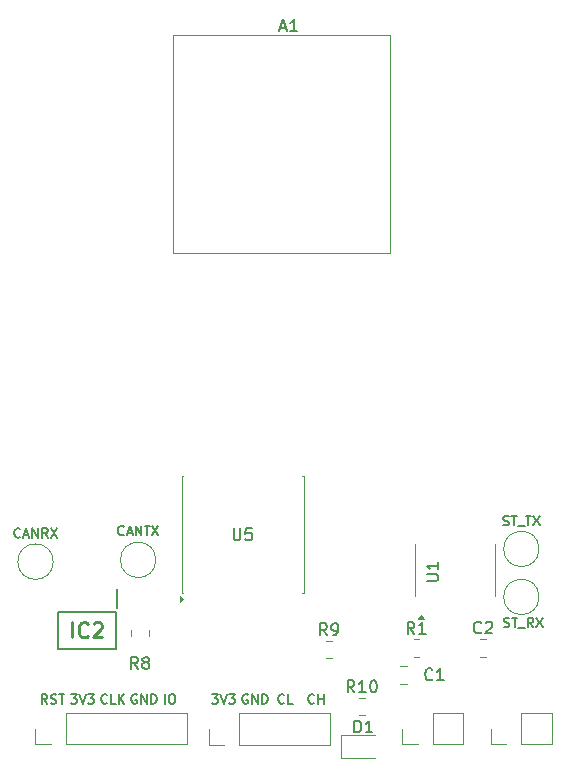
<source format=gbr>
%TF.GenerationSoftware,KiCad,Pcbnew,8.0.1*%
%TF.CreationDate,2025-07-31T15:37:34-05:00*%
%TF.ProjectId,GPS_board_v3,4750535f-626f-4617-9264-5f76332e6b69,rev?*%
%TF.SameCoordinates,Original*%
%TF.FileFunction,Legend,Top*%
%TF.FilePolarity,Positive*%
%FSLAX46Y46*%
G04 Gerber Fmt 4.6, Leading zero omitted, Abs format (unit mm)*
G04 Created by KiCad (PCBNEW 8.0.1) date 2025-07-31 15:37:34*
%MOMM*%
%LPD*%
G01*
G04 APERTURE LIST*
%ADD10C,0.150000*%
%ADD11C,0.254000*%
%ADD12C,0.120000*%
%ADD13C,0.200000*%
G04 APERTURE END LIST*
D10*
X134236303Y-109278104D02*
X134198207Y-109316200D01*
X134198207Y-109316200D02*
X134083922Y-109354295D01*
X134083922Y-109354295D02*
X134007731Y-109354295D01*
X134007731Y-109354295D02*
X133893445Y-109316200D01*
X133893445Y-109316200D02*
X133817255Y-109240009D01*
X133817255Y-109240009D02*
X133779160Y-109163819D01*
X133779160Y-109163819D02*
X133741064Y-109011438D01*
X133741064Y-109011438D02*
X133741064Y-108897152D01*
X133741064Y-108897152D02*
X133779160Y-108744771D01*
X133779160Y-108744771D02*
X133817255Y-108668580D01*
X133817255Y-108668580D02*
X133893445Y-108592390D01*
X133893445Y-108592390D02*
X134007731Y-108554295D01*
X134007731Y-108554295D02*
X134083922Y-108554295D01*
X134083922Y-108554295D02*
X134198207Y-108592390D01*
X134198207Y-108592390D02*
X134236303Y-108630485D01*
X134541064Y-109125723D02*
X134922017Y-109125723D01*
X134464874Y-109354295D02*
X134731541Y-108554295D01*
X134731541Y-108554295D02*
X134998207Y-109354295D01*
X135264874Y-109354295D02*
X135264874Y-108554295D01*
X135264874Y-108554295D02*
X135722017Y-109354295D01*
X135722017Y-109354295D02*
X135722017Y-108554295D01*
X135988683Y-108554295D02*
X136445826Y-108554295D01*
X136217254Y-109354295D02*
X136217254Y-108554295D01*
X136636302Y-108554295D02*
X137169636Y-109354295D01*
X137169636Y-108554295D02*
X136636302Y-109354295D01*
X125466303Y-109458104D02*
X125428207Y-109496200D01*
X125428207Y-109496200D02*
X125313922Y-109534295D01*
X125313922Y-109534295D02*
X125237731Y-109534295D01*
X125237731Y-109534295D02*
X125123445Y-109496200D01*
X125123445Y-109496200D02*
X125047255Y-109420009D01*
X125047255Y-109420009D02*
X125009160Y-109343819D01*
X125009160Y-109343819D02*
X124971064Y-109191438D01*
X124971064Y-109191438D02*
X124971064Y-109077152D01*
X124971064Y-109077152D02*
X125009160Y-108924771D01*
X125009160Y-108924771D02*
X125047255Y-108848580D01*
X125047255Y-108848580D02*
X125123445Y-108772390D01*
X125123445Y-108772390D02*
X125237731Y-108734295D01*
X125237731Y-108734295D02*
X125313922Y-108734295D01*
X125313922Y-108734295D02*
X125428207Y-108772390D01*
X125428207Y-108772390D02*
X125466303Y-108810485D01*
X125771064Y-109305723D02*
X126152017Y-109305723D01*
X125694874Y-109534295D02*
X125961541Y-108734295D01*
X125961541Y-108734295D02*
X126228207Y-109534295D01*
X126494874Y-109534295D02*
X126494874Y-108734295D01*
X126494874Y-108734295D02*
X126952017Y-109534295D01*
X126952017Y-109534295D02*
X126952017Y-108734295D01*
X127790112Y-109534295D02*
X127523445Y-109153342D01*
X127332969Y-109534295D02*
X127332969Y-108734295D01*
X127332969Y-108734295D02*
X127637731Y-108734295D01*
X127637731Y-108734295D02*
X127713921Y-108772390D01*
X127713921Y-108772390D02*
X127752016Y-108810485D01*
X127752016Y-108810485D02*
X127790112Y-108886676D01*
X127790112Y-108886676D02*
X127790112Y-109000961D01*
X127790112Y-109000961D02*
X127752016Y-109077152D01*
X127752016Y-109077152D02*
X127713921Y-109115247D01*
X127713921Y-109115247D02*
X127637731Y-109153342D01*
X127637731Y-109153342D02*
X127332969Y-109153342D01*
X128056778Y-108734295D02*
X128590112Y-109534295D01*
X128590112Y-108734295D02*
X128056778Y-109534295D01*
X144726207Y-122830390D02*
X144650017Y-122792295D01*
X144650017Y-122792295D02*
X144535731Y-122792295D01*
X144535731Y-122792295D02*
X144421445Y-122830390D01*
X144421445Y-122830390D02*
X144345255Y-122906580D01*
X144345255Y-122906580D02*
X144307160Y-122982771D01*
X144307160Y-122982771D02*
X144269064Y-123135152D01*
X144269064Y-123135152D02*
X144269064Y-123249438D01*
X144269064Y-123249438D02*
X144307160Y-123401819D01*
X144307160Y-123401819D02*
X144345255Y-123478009D01*
X144345255Y-123478009D02*
X144421445Y-123554200D01*
X144421445Y-123554200D02*
X144535731Y-123592295D01*
X144535731Y-123592295D02*
X144611922Y-123592295D01*
X144611922Y-123592295D02*
X144726207Y-123554200D01*
X144726207Y-123554200D02*
X144764303Y-123516104D01*
X144764303Y-123516104D02*
X144764303Y-123249438D01*
X144764303Y-123249438D02*
X144611922Y-123249438D01*
X145107160Y-123592295D02*
X145107160Y-122792295D01*
X145107160Y-122792295D02*
X145564303Y-123592295D01*
X145564303Y-123592295D02*
X145564303Y-122792295D01*
X145945255Y-123592295D02*
X145945255Y-122792295D01*
X145945255Y-122792295D02*
X146135731Y-122792295D01*
X146135731Y-122792295D02*
X146250017Y-122830390D01*
X146250017Y-122830390D02*
X146326207Y-122906580D01*
X146326207Y-122906580D02*
X146364302Y-122982771D01*
X146364302Y-122982771D02*
X146402398Y-123135152D01*
X146402398Y-123135152D02*
X146402398Y-123249438D01*
X146402398Y-123249438D02*
X146364302Y-123401819D01*
X146364302Y-123401819D02*
X146326207Y-123478009D01*
X146326207Y-123478009D02*
X146250017Y-123554200D01*
X146250017Y-123554200D02*
X146135731Y-123592295D01*
X146135731Y-123592295D02*
X145945255Y-123592295D01*
X166411064Y-117086200D02*
X166525350Y-117124295D01*
X166525350Y-117124295D02*
X166715826Y-117124295D01*
X166715826Y-117124295D02*
X166792017Y-117086200D01*
X166792017Y-117086200D02*
X166830112Y-117048104D01*
X166830112Y-117048104D02*
X166868207Y-116971914D01*
X166868207Y-116971914D02*
X166868207Y-116895723D01*
X166868207Y-116895723D02*
X166830112Y-116819533D01*
X166830112Y-116819533D02*
X166792017Y-116781438D01*
X166792017Y-116781438D02*
X166715826Y-116743342D01*
X166715826Y-116743342D02*
X166563445Y-116705247D01*
X166563445Y-116705247D02*
X166487255Y-116667152D01*
X166487255Y-116667152D02*
X166449160Y-116629057D01*
X166449160Y-116629057D02*
X166411064Y-116552866D01*
X166411064Y-116552866D02*
X166411064Y-116476676D01*
X166411064Y-116476676D02*
X166449160Y-116400485D01*
X166449160Y-116400485D02*
X166487255Y-116362390D01*
X166487255Y-116362390D02*
X166563445Y-116324295D01*
X166563445Y-116324295D02*
X166753922Y-116324295D01*
X166753922Y-116324295D02*
X166868207Y-116362390D01*
X167096779Y-116324295D02*
X167553922Y-116324295D01*
X167325350Y-117124295D02*
X167325350Y-116324295D01*
X167630113Y-117200485D02*
X168239636Y-117200485D01*
X168887256Y-117124295D02*
X168620589Y-116743342D01*
X168430113Y-117124295D02*
X168430113Y-116324295D01*
X168430113Y-116324295D02*
X168734875Y-116324295D01*
X168734875Y-116324295D02*
X168811065Y-116362390D01*
X168811065Y-116362390D02*
X168849160Y-116400485D01*
X168849160Y-116400485D02*
X168887256Y-116476676D01*
X168887256Y-116476676D02*
X168887256Y-116590961D01*
X168887256Y-116590961D02*
X168849160Y-116667152D01*
X168849160Y-116667152D02*
X168811065Y-116705247D01*
X168811065Y-116705247D02*
X168734875Y-116743342D01*
X168734875Y-116743342D02*
X168430113Y-116743342D01*
X169153922Y-116324295D02*
X169687256Y-117124295D01*
X169687256Y-116324295D02*
X169153922Y-117124295D01*
X150352303Y-123516104D02*
X150314207Y-123554200D01*
X150314207Y-123554200D02*
X150199922Y-123592295D01*
X150199922Y-123592295D02*
X150123731Y-123592295D01*
X150123731Y-123592295D02*
X150009445Y-123554200D01*
X150009445Y-123554200D02*
X149933255Y-123478009D01*
X149933255Y-123478009D02*
X149895160Y-123401819D01*
X149895160Y-123401819D02*
X149857064Y-123249438D01*
X149857064Y-123249438D02*
X149857064Y-123135152D01*
X149857064Y-123135152D02*
X149895160Y-122982771D01*
X149895160Y-122982771D02*
X149933255Y-122906580D01*
X149933255Y-122906580D02*
X150009445Y-122830390D01*
X150009445Y-122830390D02*
X150123731Y-122792295D01*
X150123731Y-122792295D02*
X150199922Y-122792295D01*
X150199922Y-122792295D02*
X150314207Y-122830390D01*
X150314207Y-122830390D02*
X150352303Y-122868485D01*
X150695160Y-123592295D02*
X150695160Y-122792295D01*
X150695160Y-123173247D02*
X151152303Y-123173247D01*
X151152303Y-123592295D02*
X151152303Y-122792295D01*
X135328207Y-122830390D02*
X135252017Y-122792295D01*
X135252017Y-122792295D02*
X135137731Y-122792295D01*
X135137731Y-122792295D02*
X135023445Y-122830390D01*
X135023445Y-122830390D02*
X134947255Y-122906580D01*
X134947255Y-122906580D02*
X134909160Y-122982771D01*
X134909160Y-122982771D02*
X134871064Y-123135152D01*
X134871064Y-123135152D02*
X134871064Y-123249438D01*
X134871064Y-123249438D02*
X134909160Y-123401819D01*
X134909160Y-123401819D02*
X134947255Y-123478009D01*
X134947255Y-123478009D02*
X135023445Y-123554200D01*
X135023445Y-123554200D02*
X135137731Y-123592295D01*
X135137731Y-123592295D02*
X135213922Y-123592295D01*
X135213922Y-123592295D02*
X135328207Y-123554200D01*
X135328207Y-123554200D02*
X135366303Y-123516104D01*
X135366303Y-123516104D02*
X135366303Y-123249438D01*
X135366303Y-123249438D02*
X135213922Y-123249438D01*
X135709160Y-123592295D02*
X135709160Y-122792295D01*
X135709160Y-122792295D02*
X136166303Y-123592295D01*
X136166303Y-123592295D02*
X136166303Y-122792295D01*
X136547255Y-123592295D02*
X136547255Y-122792295D01*
X136547255Y-122792295D02*
X136737731Y-122792295D01*
X136737731Y-122792295D02*
X136852017Y-122830390D01*
X136852017Y-122830390D02*
X136928207Y-122906580D01*
X136928207Y-122906580D02*
X136966302Y-122982771D01*
X136966302Y-122982771D02*
X137004398Y-123135152D01*
X137004398Y-123135152D02*
X137004398Y-123249438D01*
X137004398Y-123249438D02*
X136966302Y-123401819D01*
X136966302Y-123401819D02*
X136928207Y-123478009D01*
X136928207Y-123478009D02*
X136852017Y-123554200D01*
X136852017Y-123554200D02*
X136737731Y-123592295D01*
X136737731Y-123592295D02*
X136547255Y-123592295D01*
X132826303Y-123516104D02*
X132788207Y-123554200D01*
X132788207Y-123554200D02*
X132673922Y-123592295D01*
X132673922Y-123592295D02*
X132597731Y-123592295D01*
X132597731Y-123592295D02*
X132483445Y-123554200D01*
X132483445Y-123554200D02*
X132407255Y-123478009D01*
X132407255Y-123478009D02*
X132369160Y-123401819D01*
X132369160Y-123401819D02*
X132331064Y-123249438D01*
X132331064Y-123249438D02*
X132331064Y-123135152D01*
X132331064Y-123135152D02*
X132369160Y-122982771D01*
X132369160Y-122982771D02*
X132407255Y-122906580D01*
X132407255Y-122906580D02*
X132483445Y-122830390D01*
X132483445Y-122830390D02*
X132597731Y-122792295D01*
X132597731Y-122792295D02*
X132673922Y-122792295D01*
X132673922Y-122792295D02*
X132788207Y-122830390D01*
X132788207Y-122830390D02*
X132826303Y-122868485D01*
X133550112Y-123592295D02*
X133169160Y-123592295D01*
X133169160Y-123592295D02*
X133169160Y-122792295D01*
X133816779Y-123592295D02*
X133816779Y-122792295D01*
X134273922Y-123592295D02*
X133931064Y-123135152D01*
X134273922Y-122792295D02*
X133816779Y-123249438D01*
X147812303Y-123516104D02*
X147774207Y-123554200D01*
X147774207Y-123554200D02*
X147659922Y-123592295D01*
X147659922Y-123592295D02*
X147583731Y-123592295D01*
X147583731Y-123592295D02*
X147469445Y-123554200D01*
X147469445Y-123554200D02*
X147393255Y-123478009D01*
X147393255Y-123478009D02*
X147355160Y-123401819D01*
X147355160Y-123401819D02*
X147317064Y-123249438D01*
X147317064Y-123249438D02*
X147317064Y-123135152D01*
X147317064Y-123135152D02*
X147355160Y-122982771D01*
X147355160Y-122982771D02*
X147393255Y-122906580D01*
X147393255Y-122906580D02*
X147469445Y-122830390D01*
X147469445Y-122830390D02*
X147583731Y-122792295D01*
X147583731Y-122792295D02*
X147659922Y-122792295D01*
X147659922Y-122792295D02*
X147774207Y-122830390D01*
X147774207Y-122830390D02*
X147812303Y-122868485D01*
X148536112Y-123592295D02*
X148155160Y-123592295D01*
X148155160Y-123592295D02*
X148155160Y-122792295D01*
X137703160Y-123592295D02*
X137703160Y-122792295D01*
X138236493Y-122792295D02*
X138388874Y-122792295D01*
X138388874Y-122792295D02*
X138465064Y-122830390D01*
X138465064Y-122830390D02*
X138541255Y-122906580D01*
X138541255Y-122906580D02*
X138579350Y-123058961D01*
X138579350Y-123058961D02*
X138579350Y-123325628D01*
X138579350Y-123325628D02*
X138541255Y-123478009D01*
X138541255Y-123478009D02*
X138465064Y-123554200D01*
X138465064Y-123554200D02*
X138388874Y-123592295D01*
X138388874Y-123592295D02*
X138236493Y-123592295D01*
X138236493Y-123592295D02*
X138160302Y-123554200D01*
X138160302Y-123554200D02*
X138084112Y-123478009D01*
X138084112Y-123478009D02*
X138046016Y-123325628D01*
X138046016Y-123325628D02*
X138046016Y-123058961D01*
X138046016Y-123058961D02*
X138084112Y-122906580D01*
X138084112Y-122906580D02*
X138160302Y-122830390D01*
X138160302Y-122830390D02*
X138236493Y-122792295D01*
X127746303Y-123592295D02*
X127479636Y-123211342D01*
X127289160Y-123592295D02*
X127289160Y-122792295D01*
X127289160Y-122792295D02*
X127593922Y-122792295D01*
X127593922Y-122792295D02*
X127670112Y-122830390D01*
X127670112Y-122830390D02*
X127708207Y-122868485D01*
X127708207Y-122868485D02*
X127746303Y-122944676D01*
X127746303Y-122944676D02*
X127746303Y-123058961D01*
X127746303Y-123058961D02*
X127708207Y-123135152D01*
X127708207Y-123135152D02*
X127670112Y-123173247D01*
X127670112Y-123173247D02*
X127593922Y-123211342D01*
X127593922Y-123211342D02*
X127289160Y-123211342D01*
X128051064Y-123554200D02*
X128165350Y-123592295D01*
X128165350Y-123592295D02*
X128355826Y-123592295D01*
X128355826Y-123592295D02*
X128432017Y-123554200D01*
X128432017Y-123554200D02*
X128470112Y-123516104D01*
X128470112Y-123516104D02*
X128508207Y-123439914D01*
X128508207Y-123439914D02*
X128508207Y-123363723D01*
X128508207Y-123363723D02*
X128470112Y-123287533D01*
X128470112Y-123287533D02*
X128432017Y-123249438D01*
X128432017Y-123249438D02*
X128355826Y-123211342D01*
X128355826Y-123211342D02*
X128203445Y-123173247D01*
X128203445Y-123173247D02*
X128127255Y-123135152D01*
X128127255Y-123135152D02*
X128089160Y-123097057D01*
X128089160Y-123097057D02*
X128051064Y-123020866D01*
X128051064Y-123020866D02*
X128051064Y-122944676D01*
X128051064Y-122944676D02*
X128089160Y-122868485D01*
X128089160Y-122868485D02*
X128127255Y-122830390D01*
X128127255Y-122830390D02*
X128203445Y-122792295D01*
X128203445Y-122792295D02*
X128393922Y-122792295D01*
X128393922Y-122792295D02*
X128508207Y-122830390D01*
X128736779Y-122792295D02*
X129193922Y-122792295D01*
X128965350Y-123592295D02*
X128965350Y-122792295D01*
X166361064Y-108466200D02*
X166475350Y-108504295D01*
X166475350Y-108504295D02*
X166665826Y-108504295D01*
X166665826Y-108504295D02*
X166742017Y-108466200D01*
X166742017Y-108466200D02*
X166780112Y-108428104D01*
X166780112Y-108428104D02*
X166818207Y-108351914D01*
X166818207Y-108351914D02*
X166818207Y-108275723D01*
X166818207Y-108275723D02*
X166780112Y-108199533D01*
X166780112Y-108199533D02*
X166742017Y-108161438D01*
X166742017Y-108161438D02*
X166665826Y-108123342D01*
X166665826Y-108123342D02*
X166513445Y-108085247D01*
X166513445Y-108085247D02*
X166437255Y-108047152D01*
X166437255Y-108047152D02*
X166399160Y-108009057D01*
X166399160Y-108009057D02*
X166361064Y-107932866D01*
X166361064Y-107932866D02*
X166361064Y-107856676D01*
X166361064Y-107856676D02*
X166399160Y-107780485D01*
X166399160Y-107780485D02*
X166437255Y-107742390D01*
X166437255Y-107742390D02*
X166513445Y-107704295D01*
X166513445Y-107704295D02*
X166703922Y-107704295D01*
X166703922Y-107704295D02*
X166818207Y-107742390D01*
X167046779Y-107704295D02*
X167503922Y-107704295D01*
X167275350Y-108504295D02*
X167275350Y-107704295D01*
X167580113Y-108580485D02*
X168189636Y-108580485D01*
X168265827Y-107704295D02*
X168722970Y-107704295D01*
X168494398Y-108504295D02*
X168494398Y-107704295D01*
X168913446Y-107704295D02*
X169446780Y-108504295D01*
X169446780Y-107704295D02*
X168913446Y-108504295D01*
X141690969Y-122792295D02*
X142186207Y-122792295D01*
X142186207Y-122792295D02*
X141919541Y-123097057D01*
X141919541Y-123097057D02*
X142033826Y-123097057D01*
X142033826Y-123097057D02*
X142110017Y-123135152D01*
X142110017Y-123135152D02*
X142148112Y-123173247D01*
X142148112Y-123173247D02*
X142186207Y-123249438D01*
X142186207Y-123249438D02*
X142186207Y-123439914D01*
X142186207Y-123439914D02*
X142148112Y-123516104D01*
X142148112Y-123516104D02*
X142110017Y-123554200D01*
X142110017Y-123554200D02*
X142033826Y-123592295D01*
X142033826Y-123592295D02*
X141805255Y-123592295D01*
X141805255Y-123592295D02*
X141729064Y-123554200D01*
X141729064Y-123554200D02*
X141690969Y-123516104D01*
X142414779Y-122792295D02*
X142681446Y-123592295D01*
X142681446Y-123592295D02*
X142948112Y-122792295D01*
X143138588Y-122792295D02*
X143633826Y-122792295D01*
X143633826Y-122792295D02*
X143367160Y-123097057D01*
X143367160Y-123097057D02*
X143481445Y-123097057D01*
X143481445Y-123097057D02*
X143557636Y-123135152D01*
X143557636Y-123135152D02*
X143595731Y-123173247D01*
X143595731Y-123173247D02*
X143633826Y-123249438D01*
X143633826Y-123249438D02*
X143633826Y-123439914D01*
X143633826Y-123439914D02*
X143595731Y-123516104D01*
X143595731Y-123516104D02*
X143557636Y-123554200D01*
X143557636Y-123554200D02*
X143481445Y-123592295D01*
X143481445Y-123592295D02*
X143252874Y-123592295D01*
X143252874Y-123592295D02*
X143176683Y-123554200D01*
X143176683Y-123554200D02*
X143138588Y-123516104D01*
X129752969Y-122792295D02*
X130248207Y-122792295D01*
X130248207Y-122792295D02*
X129981541Y-123097057D01*
X129981541Y-123097057D02*
X130095826Y-123097057D01*
X130095826Y-123097057D02*
X130172017Y-123135152D01*
X130172017Y-123135152D02*
X130210112Y-123173247D01*
X130210112Y-123173247D02*
X130248207Y-123249438D01*
X130248207Y-123249438D02*
X130248207Y-123439914D01*
X130248207Y-123439914D02*
X130210112Y-123516104D01*
X130210112Y-123516104D02*
X130172017Y-123554200D01*
X130172017Y-123554200D02*
X130095826Y-123592295D01*
X130095826Y-123592295D02*
X129867255Y-123592295D01*
X129867255Y-123592295D02*
X129791064Y-123554200D01*
X129791064Y-123554200D02*
X129752969Y-123516104D01*
X130476779Y-122792295D02*
X130743446Y-123592295D01*
X130743446Y-123592295D02*
X131010112Y-122792295D01*
X131200588Y-122792295D02*
X131695826Y-122792295D01*
X131695826Y-122792295D02*
X131429160Y-123097057D01*
X131429160Y-123097057D02*
X131543445Y-123097057D01*
X131543445Y-123097057D02*
X131619636Y-123135152D01*
X131619636Y-123135152D02*
X131657731Y-123173247D01*
X131657731Y-123173247D02*
X131695826Y-123249438D01*
X131695826Y-123249438D02*
X131695826Y-123439914D01*
X131695826Y-123439914D02*
X131657731Y-123516104D01*
X131657731Y-123516104D02*
X131619636Y-123554200D01*
X131619636Y-123554200D02*
X131543445Y-123592295D01*
X131543445Y-123592295D02*
X131314874Y-123592295D01*
X131314874Y-123592295D02*
X131238683Y-123554200D01*
X131238683Y-123554200D02*
X131200588Y-123516104D01*
D11*
X129860237Y-117974318D02*
X129860237Y-116704318D01*
X131190714Y-117853365D02*
X131130238Y-117913842D01*
X131130238Y-117913842D02*
X130948809Y-117974318D01*
X130948809Y-117974318D02*
X130827857Y-117974318D01*
X130827857Y-117974318D02*
X130646428Y-117913842D01*
X130646428Y-117913842D02*
X130525476Y-117792889D01*
X130525476Y-117792889D02*
X130464999Y-117671937D01*
X130464999Y-117671937D02*
X130404523Y-117430032D01*
X130404523Y-117430032D02*
X130404523Y-117248603D01*
X130404523Y-117248603D02*
X130464999Y-117006699D01*
X130464999Y-117006699D02*
X130525476Y-116885746D01*
X130525476Y-116885746D02*
X130646428Y-116764794D01*
X130646428Y-116764794D02*
X130827857Y-116704318D01*
X130827857Y-116704318D02*
X130948809Y-116704318D01*
X130948809Y-116704318D02*
X131130238Y-116764794D01*
X131130238Y-116764794D02*
X131190714Y-116825270D01*
X131674523Y-116825270D02*
X131734999Y-116764794D01*
X131734999Y-116764794D02*
X131855952Y-116704318D01*
X131855952Y-116704318D02*
X132158333Y-116704318D01*
X132158333Y-116704318D02*
X132279285Y-116764794D01*
X132279285Y-116764794D02*
X132339761Y-116825270D01*
X132339761Y-116825270D02*
X132400238Y-116946222D01*
X132400238Y-116946222D02*
X132400238Y-117067175D01*
X132400238Y-117067175D02*
X132339761Y-117248603D01*
X132339761Y-117248603D02*
X131614047Y-117974318D01*
X131614047Y-117974318D02*
X132400238Y-117974318D01*
D10*
X143538095Y-108754819D02*
X143538095Y-109564342D01*
X143538095Y-109564342D02*
X143585714Y-109659580D01*
X143585714Y-109659580D02*
X143633333Y-109707200D01*
X143633333Y-109707200D02*
X143728571Y-109754819D01*
X143728571Y-109754819D02*
X143919047Y-109754819D01*
X143919047Y-109754819D02*
X144014285Y-109707200D01*
X144014285Y-109707200D02*
X144061904Y-109659580D01*
X144061904Y-109659580D02*
X144109523Y-109564342D01*
X144109523Y-109564342D02*
X144109523Y-108754819D01*
X145061904Y-108754819D02*
X144585714Y-108754819D01*
X144585714Y-108754819D02*
X144538095Y-109231009D01*
X144538095Y-109231009D02*
X144585714Y-109183390D01*
X144585714Y-109183390D02*
X144680952Y-109135771D01*
X144680952Y-109135771D02*
X144919047Y-109135771D01*
X144919047Y-109135771D02*
X145014285Y-109183390D01*
X145014285Y-109183390D02*
X145061904Y-109231009D01*
X145061904Y-109231009D02*
X145109523Y-109326247D01*
X145109523Y-109326247D02*
X145109523Y-109564342D01*
X145109523Y-109564342D02*
X145061904Y-109659580D01*
X145061904Y-109659580D02*
X145014285Y-109707200D01*
X145014285Y-109707200D02*
X144919047Y-109754819D01*
X144919047Y-109754819D02*
X144680952Y-109754819D01*
X144680952Y-109754819D02*
X144585714Y-109707200D01*
X144585714Y-109707200D02*
X144538095Y-109659580D01*
X159874819Y-113211904D02*
X160684342Y-113211904D01*
X160684342Y-113211904D02*
X160779580Y-113164285D01*
X160779580Y-113164285D02*
X160827200Y-113116666D01*
X160827200Y-113116666D02*
X160874819Y-113021428D01*
X160874819Y-113021428D02*
X160874819Y-112830952D01*
X160874819Y-112830952D02*
X160827200Y-112735714D01*
X160827200Y-112735714D02*
X160779580Y-112688095D01*
X160779580Y-112688095D02*
X160684342Y-112640476D01*
X160684342Y-112640476D02*
X159874819Y-112640476D01*
X160874819Y-111640476D02*
X160874819Y-112211904D01*
X160874819Y-111926190D02*
X159874819Y-111926190D01*
X159874819Y-111926190D02*
X160017676Y-112021428D01*
X160017676Y-112021428D02*
X160112914Y-112116666D01*
X160112914Y-112116666D02*
X160160533Y-112211904D01*
X151433333Y-117804819D02*
X151100000Y-117328628D01*
X150861905Y-117804819D02*
X150861905Y-116804819D01*
X150861905Y-116804819D02*
X151242857Y-116804819D01*
X151242857Y-116804819D02*
X151338095Y-116852438D01*
X151338095Y-116852438D02*
X151385714Y-116900057D01*
X151385714Y-116900057D02*
X151433333Y-116995295D01*
X151433333Y-116995295D02*
X151433333Y-117138152D01*
X151433333Y-117138152D02*
X151385714Y-117233390D01*
X151385714Y-117233390D02*
X151338095Y-117281009D01*
X151338095Y-117281009D02*
X151242857Y-117328628D01*
X151242857Y-117328628D02*
X150861905Y-117328628D01*
X151909524Y-117804819D02*
X152100000Y-117804819D01*
X152100000Y-117804819D02*
X152195238Y-117757200D01*
X152195238Y-117757200D02*
X152242857Y-117709580D01*
X152242857Y-117709580D02*
X152338095Y-117566723D01*
X152338095Y-117566723D02*
X152385714Y-117376247D01*
X152385714Y-117376247D02*
X152385714Y-116995295D01*
X152385714Y-116995295D02*
X152338095Y-116900057D01*
X152338095Y-116900057D02*
X152290476Y-116852438D01*
X152290476Y-116852438D02*
X152195238Y-116804819D01*
X152195238Y-116804819D02*
X152004762Y-116804819D01*
X152004762Y-116804819D02*
X151909524Y-116852438D01*
X151909524Y-116852438D02*
X151861905Y-116900057D01*
X151861905Y-116900057D02*
X151814286Y-116995295D01*
X151814286Y-116995295D02*
X151814286Y-117233390D01*
X151814286Y-117233390D02*
X151861905Y-117328628D01*
X151861905Y-117328628D02*
X151909524Y-117376247D01*
X151909524Y-117376247D02*
X152004762Y-117423866D01*
X152004762Y-117423866D02*
X152195238Y-117423866D01*
X152195238Y-117423866D02*
X152290476Y-117376247D01*
X152290476Y-117376247D02*
X152338095Y-117328628D01*
X152338095Y-117328628D02*
X152385714Y-117233390D01*
X135433333Y-120654819D02*
X135100000Y-120178628D01*
X134861905Y-120654819D02*
X134861905Y-119654819D01*
X134861905Y-119654819D02*
X135242857Y-119654819D01*
X135242857Y-119654819D02*
X135338095Y-119702438D01*
X135338095Y-119702438D02*
X135385714Y-119750057D01*
X135385714Y-119750057D02*
X135433333Y-119845295D01*
X135433333Y-119845295D02*
X135433333Y-119988152D01*
X135433333Y-119988152D02*
X135385714Y-120083390D01*
X135385714Y-120083390D02*
X135338095Y-120131009D01*
X135338095Y-120131009D02*
X135242857Y-120178628D01*
X135242857Y-120178628D02*
X134861905Y-120178628D01*
X136004762Y-120083390D02*
X135909524Y-120035771D01*
X135909524Y-120035771D02*
X135861905Y-119988152D01*
X135861905Y-119988152D02*
X135814286Y-119892914D01*
X135814286Y-119892914D02*
X135814286Y-119845295D01*
X135814286Y-119845295D02*
X135861905Y-119750057D01*
X135861905Y-119750057D02*
X135909524Y-119702438D01*
X135909524Y-119702438D02*
X136004762Y-119654819D01*
X136004762Y-119654819D02*
X136195238Y-119654819D01*
X136195238Y-119654819D02*
X136290476Y-119702438D01*
X136290476Y-119702438D02*
X136338095Y-119750057D01*
X136338095Y-119750057D02*
X136385714Y-119845295D01*
X136385714Y-119845295D02*
X136385714Y-119892914D01*
X136385714Y-119892914D02*
X136338095Y-119988152D01*
X136338095Y-119988152D02*
X136290476Y-120035771D01*
X136290476Y-120035771D02*
X136195238Y-120083390D01*
X136195238Y-120083390D02*
X136004762Y-120083390D01*
X136004762Y-120083390D02*
X135909524Y-120131009D01*
X135909524Y-120131009D02*
X135861905Y-120178628D01*
X135861905Y-120178628D02*
X135814286Y-120273866D01*
X135814286Y-120273866D02*
X135814286Y-120464342D01*
X135814286Y-120464342D02*
X135861905Y-120559580D01*
X135861905Y-120559580D02*
X135909524Y-120607200D01*
X135909524Y-120607200D02*
X136004762Y-120654819D01*
X136004762Y-120654819D02*
X136195238Y-120654819D01*
X136195238Y-120654819D02*
X136290476Y-120607200D01*
X136290476Y-120607200D02*
X136338095Y-120559580D01*
X136338095Y-120559580D02*
X136385714Y-120464342D01*
X136385714Y-120464342D02*
X136385714Y-120273866D01*
X136385714Y-120273866D02*
X136338095Y-120178628D01*
X136338095Y-120178628D02*
X136290476Y-120131009D01*
X136290476Y-120131009D02*
X136195238Y-120083390D01*
X158837333Y-117676819D02*
X158504000Y-117200628D01*
X158265905Y-117676819D02*
X158265905Y-116676819D01*
X158265905Y-116676819D02*
X158646857Y-116676819D01*
X158646857Y-116676819D02*
X158742095Y-116724438D01*
X158742095Y-116724438D02*
X158789714Y-116772057D01*
X158789714Y-116772057D02*
X158837333Y-116867295D01*
X158837333Y-116867295D02*
X158837333Y-117010152D01*
X158837333Y-117010152D02*
X158789714Y-117105390D01*
X158789714Y-117105390D02*
X158742095Y-117153009D01*
X158742095Y-117153009D02*
X158646857Y-117200628D01*
X158646857Y-117200628D02*
X158265905Y-117200628D01*
X159789714Y-117676819D02*
X159218286Y-117676819D01*
X159504000Y-117676819D02*
X159504000Y-116676819D01*
X159504000Y-116676819D02*
X159408762Y-116819676D01*
X159408762Y-116819676D02*
X159313524Y-116914914D01*
X159313524Y-116914914D02*
X159218286Y-116962533D01*
X147485714Y-66369104D02*
X147961904Y-66369104D01*
X147390476Y-66654819D02*
X147723809Y-65654819D01*
X147723809Y-65654819D02*
X148057142Y-66654819D01*
X148914285Y-66654819D02*
X148342857Y-66654819D01*
X148628571Y-66654819D02*
X148628571Y-65654819D01*
X148628571Y-65654819D02*
X148533333Y-65797676D01*
X148533333Y-65797676D02*
X148438095Y-65892914D01*
X148438095Y-65892914D02*
X148342857Y-65940533D01*
X153757142Y-122619819D02*
X153423809Y-122143628D01*
X153185714Y-122619819D02*
X153185714Y-121619819D01*
X153185714Y-121619819D02*
X153566666Y-121619819D01*
X153566666Y-121619819D02*
X153661904Y-121667438D01*
X153661904Y-121667438D02*
X153709523Y-121715057D01*
X153709523Y-121715057D02*
X153757142Y-121810295D01*
X153757142Y-121810295D02*
X153757142Y-121953152D01*
X153757142Y-121953152D02*
X153709523Y-122048390D01*
X153709523Y-122048390D02*
X153661904Y-122096009D01*
X153661904Y-122096009D02*
X153566666Y-122143628D01*
X153566666Y-122143628D02*
X153185714Y-122143628D01*
X154709523Y-122619819D02*
X154138095Y-122619819D01*
X154423809Y-122619819D02*
X154423809Y-121619819D01*
X154423809Y-121619819D02*
X154328571Y-121762676D01*
X154328571Y-121762676D02*
X154233333Y-121857914D01*
X154233333Y-121857914D02*
X154138095Y-121905533D01*
X155328571Y-121619819D02*
X155423809Y-121619819D01*
X155423809Y-121619819D02*
X155519047Y-121667438D01*
X155519047Y-121667438D02*
X155566666Y-121715057D01*
X155566666Y-121715057D02*
X155614285Y-121810295D01*
X155614285Y-121810295D02*
X155661904Y-122000771D01*
X155661904Y-122000771D02*
X155661904Y-122238866D01*
X155661904Y-122238866D02*
X155614285Y-122429342D01*
X155614285Y-122429342D02*
X155566666Y-122524580D01*
X155566666Y-122524580D02*
X155519047Y-122572200D01*
X155519047Y-122572200D02*
X155423809Y-122619819D01*
X155423809Y-122619819D02*
X155328571Y-122619819D01*
X155328571Y-122619819D02*
X155233333Y-122572200D01*
X155233333Y-122572200D02*
X155185714Y-122524580D01*
X155185714Y-122524580D02*
X155138095Y-122429342D01*
X155138095Y-122429342D02*
X155090476Y-122238866D01*
X155090476Y-122238866D02*
X155090476Y-122000771D01*
X155090476Y-122000771D02*
X155138095Y-121810295D01*
X155138095Y-121810295D02*
X155185714Y-121715057D01*
X155185714Y-121715057D02*
X155233333Y-121667438D01*
X155233333Y-121667438D02*
X155328571Y-121619819D01*
X164491333Y-117551580D02*
X164443714Y-117599200D01*
X164443714Y-117599200D02*
X164300857Y-117646819D01*
X164300857Y-117646819D02*
X164205619Y-117646819D01*
X164205619Y-117646819D02*
X164062762Y-117599200D01*
X164062762Y-117599200D02*
X163967524Y-117503961D01*
X163967524Y-117503961D02*
X163919905Y-117408723D01*
X163919905Y-117408723D02*
X163872286Y-117218247D01*
X163872286Y-117218247D02*
X163872286Y-117075390D01*
X163872286Y-117075390D02*
X163919905Y-116884914D01*
X163919905Y-116884914D02*
X163967524Y-116789676D01*
X163967524Y-116789676D02*
X164062762Y-116694438D01*
X164062762Y-116694438D02*
X164205619Y-116646819D01*
X164205619Y-116646819D02*
X164300857Y-116646819D01*
X164300857Y-116646819D02*
X164443714Y-116694438D01*
X164443714Y-116694438D02*
X164491333Y-116742057D01*
X164872286Y-116742057D02*
X164919905Y-116694438D01*
X164919905Y-116694438D02*
X165015143Y-116646819D01*
X165015143Y-116646819D02*
X165253238Y-116646819D01*
X165253238Y-116646819D02*
X165348476Y-116694438D01*
X165348476Y-116694438D02*
X165396095Y-116742057D01*
X165396095Y-116742057D02*
X165443714Y-116837295D01*
X165443714Y-116837295D02*
X165443714Y-116932533D01*
X165443714Y-116932533D02*
X165396095Y-117075390D01*
X165396095Y-117075390D02*
X164824667Y-117646819D01*
X164824667Y-117646819D02*
X165443714Y-117646819D01*
X160361333Y-121517580D02*
X160313714Y-121565200D01*
X160313714Y-121565200D02*
X160170857Y-121612819D01*
X160170857Y-121612819D02*
X160075619Y-121612819D01*
X160075619Y-121612819D02*
X159932762Y-121565200D01*
X159932762Y-121565200D02*
X159837524Y-121469961D01*
X159837524Y-121469961D02*
X159789905Y-121374723D01*
X159789905Y-121374723D02*
X159742286Y-121184247D01*
X159742286Y-121184247D02*
X159742286Y-121041390D01*
X159742286Y-121041390D02*
X159789905Y-120850914D01*
X159789905Y-120850914D02*
X159837524Y-120755676D01*
X159837524Y-120755676D02*
X159932762Y-120660438D01*
X159932762Y-120660438D02*
X160075619Y-120612819D01*
X160075619Y-120612819D02*
X160170857Y-120612819D01*
X160170857Y-120612819D02*
X160313714Y-120660438D01*
X160313714Y-120660438D02*
X160361333Y-120708057D01*
X161313714Y-121612819D02*
X160742286Y-121612819D01*
X161028000Y-121612819D02*
X161028000Y-120612819D01*
X161028000Y-120612819D02*
X160932762Y-120755676D01*
X160932762Y-120755676D02*
X160837524Y-120850914D01*
X160837524Y-120850914D02*
X160742286Y-120898533D01*
X153761905Y-126019819D02*
X153761905Y-125019819D01*
X153761905Y-125019819D02*
X154000000Y-125019819D01*
X154000000Y-125019819D02*
X154142857Y-125067438D01*
X154142857Y-125067438D02*
X154238095Y-125162676D01*
X154238095Y-125162676D02*
X154285714Y-125257914D01*
X154285714Y-125257914D02*
X154333333Y-125448390D01*
X154333333Y-125448390D02*
X154333333Y-125591247D01*
X154333333Y-125591247D02*
X154285714Y-125781723D01*
X154285714Y-125781723D02*
X154238095Y-125876961D01*
X154238095Y-125876961D02*
X154142857Y-125972200D01*
X154142857Y-125972200D02*
X154000000Y-126019819D01*
X154000000Y-126019819D02*
X153761905Y-126019819D01*
X155285714Y-126019819D02*
X154714286Y-126019819D01*
X155000000Y-126019819D02*
X155000000Y-125019819D01*
X155000000Y-125019819D02*
X154904762Y-125162676D01*
X154904762Y-125162676D02*
X154809524Y-125257914D01*
X154809524Y-125257914D02*
X154714286Y-125305533D01*
D12*
%TO.C,REF\u002A\u002A*%
X136950000Y-111420000D02*
G75*
G02*
X133950000Y-111420000I-1500000J0D01*
G01*
X133950000Y-111420000D02*
G75*
G02*
X136950000Y-111420000I1500000J0D01*
G01*
X128260000Y-111570000D02*
G75*
G02*
X125260000Y-111570000I-1500000J0D01*
G01*
X125260000Y-111570000D02*
G75*
G02*
X128260000Y-111570000I1500000J0D01*
G01*
D13*
%TO.C,IC2*%
X128648000Y-115802000D02*
X133552000Y-115802000D01*
X128648000Y-118998000D02*
X128648000Y-115802000D01*
X133552000Y-115802000D02*
X133552000Y-118998000D01*
X133552000Y-118998000D02*
X128648000Y-118998000D01*
X133680000Y-113925000D02*
X133680000Y-115452000D01*
D12*
%TO.C,REF\u002A\u002A*%
X169394000Y-110490000D02*
G75*
G02*
X166394000Y-110490000I-1500000J0D01*
G01*
X166394000Y-110490000D02*
G75*
G02*
X169394000Y-110490000I1500000J0D01*
G01*
%TO.C,J4*%
X126750000Y-127045000D02*
X126750000Y-125715000D01*
X128080000Y-127045000D02*
X126750000Y-127045000D01*
X129350000Y-124385000D02*
X139570000Y-124385000D01*
X129350000Y-127045000D02*
X129350000Y-124385000D01*
X129350000Y-127045000D02*
X139570000Y-127045000D01*
X139570000Y-127045000D02*
X139570000Y-124385000D01*
%TO.C,U5*%
X139140000Y-104340000D02*
X139290000Y-104340000D01*
X139140000Y-114260000D02*
X139140000Y-104340000D01*
X139140000Y-114260000D02*
X139290000Y-114260000D01*
X149310000Y-104340000D02*
X149460000Y-104340000D01*
X149310000Y-114260000D02*
X149460000Y-114260000D01*
X149460000Y-114260000D02*
X149460000Y-104340000D01*
X139290000Y-114730000D02*
X138960000Y-114970000D01*
X138960000Y-114490000D01*
X139290000Y-114730000D01*
G36*
X139290000Y-114730000D02*
G01*
X138960000Y-114970000D01*
X138960000Y-114490000D01*
X139290000Y-114730000D01*
G37*
%TO.C,J2*%
X157795000Y-127045000D02*
X157795000Y-125715000D01*
X159125000Y-127045000D02*
X157795000Y-127045000D01*
X160395000Y-124385000D02*
X162995000Y-124385000D01*
X160395000Y-127045000D02*
X160395000Y-124385000D01*
X160395000Y-127045000D02*
X162995000Y-127045000D01*
X162995000Y-127045000D02*
X162995000Y-124385000D01*
%TO.C,U1*%
X158921000Y-112268000D02*
X158921000Y-110068000D01*
X158921000Y-112268000D02*
X158921000Y-114468000D01*
X165691000Y-112268000D02*
X165691000Y-110068000D01*
X165691000Y-112268000D02*
X165691000Y-114468000D01*
X159621000Y-116458000D02*
X159141000Y-116458000D01*
X159381000Y-116128000D01*
X159621000Y-116458000D01*
G36*
X159621000Y-116458000D02*
G01*
X159141000Y-116458000D01*
X159381000Y-116128000D01*
X159621000Y-116458000D01*
G37*
%TO.C,R9*%
X151372936Y-118265000D02*
X151827064Y-118265000D01*
X151372936Y-119735000D02*
X151827064Y-119735000D01*
%TO.C,R8*%
X134865000Y-117827064D02*
X134865000Y-117372936D01*
X136335000Y-117827064D02*
X136335000Y-117372936D01*
%TO.C,R1*%
X158776936Y-118137000D02*
X159231064Y-118137000D01*
X158776936Y-119607000D02*
X159231064Y-119607000D01*
%TO.C,A1*%
X138400000Y-67000000D02*
X156800000Y-67000000D01*
X156800000Y-85400000D01*
X138400000Y-85400000D01*
X138400000Y-67000000D01*
%TO.C,R10*%
X154172936Y-123080000D02*
X154627064Y-123080000D01*
X154172936Y-124550000D02*
X154627064Y-124550000D01*
%TO.C,C2*%
X164396748Y-118137000D02*
X164919252Y-118137000D01*
X164396748Y-119607000D02*
X164919252Y-119607000D01*
%TO.C,REF\u002A\u002A*%
X169394000Y-114554000D02*
G75*
G02*
X166394000Y-114554000I-1500000J0D01*
G01*
X166394000Y-114554000D02*
G75*
G02*
X169394000Y-114554000I1500000J0D01*
G01*
%TO.C,J3*%
X141418000Y-127060000D02*
X141418000Y-125730000D01*
X142748000Y-127060000D02*
X141418000Y-127060000D01*
X144018000Y-124400000D02*
X151698000Y-124400000D01*
X144018000Y-127060000D02*
X144018000Y-124400000D01*
X144018000Y-127060000D02*
X151698000Y-127060000D01*
X151698000Y-127060000D02*
X151698000Y-124400000D01*
%TO.C,C1*%
X158183252Y-120423000D02*
X157660748Y-120423000D01*
X158183252Y-121893000D02*
X157660748Y-121893000D01*
%TO.C,J1*%
X165295000Y-127045000D02*
X165295000Y-125715000D01*
X166625000Y-127045000D02*
X165295000Y-127045000D01*
X167895000Y-124385000D02*
X170495000Y-124385000D01*
X167895000Y-127045000D02*
X167895000Y-124385000D01*
X167895000Y-127045000D02*
X170495000Y-127045000D01*
X170495000Y-127045000D02*
X170495000Y-124385000D01*
%TO.C,D1*%
X152640000Y-126255000D02*
X152640000Y-128175000D01*
X152640000Y-128175000D02*
X155500000Y-128175000D01*
X155500000Y-126255000D02*
X152640000Y-126255000D01*
%TD*%
M02*

</source>
